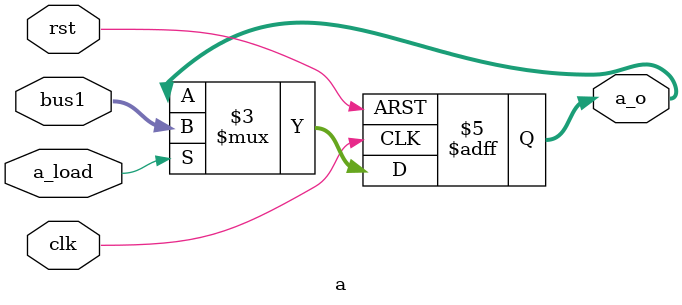
<source format=v>
`timescale 1ns / 1ps

module a(
    input wire a_load, clk, rst,
    input wire [7:0] bus1,
    output reg [7:0] a_o
    );

always@(posedge clk, negedge rst)
begin
    if(!rst)
    begin
        a_o <= 8'h00;
    end
    else
    begin
        if(a_load)
        begin
            a_o <= bus1;
        end
    end
end
endmodule

</source>
